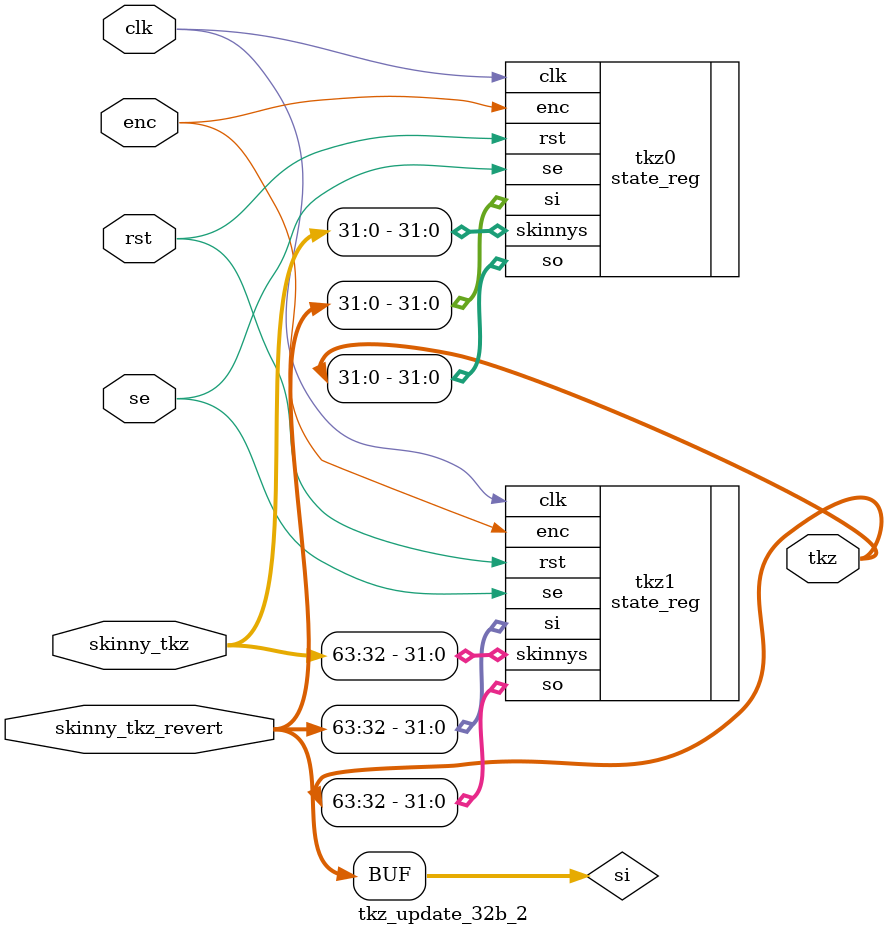
<source format=v>
module tkz_update_32b_2 (/*AUTOARG*/
   // Outputs
   tkz,
   // Inputs
   skinny_tkz, skinny_tkz_revert, clk, rst, enc, se
   ) ;
	parameter clock_gate = 0;

   output [63:0] tkz;

   input [63:0]  skinny_tkz;
   input [63:0]  skinny_tkz_revert;   
   input 	  clk, rst, enc, se;

   wire [63:0]   si;
   
   assign si = skinny_tkz_revert;   

   generate
	if (clock_gate == 1) begin 
      state_reg_cg #(.initial_value(32'h00000000)) tkz0 (.so(tkz[31:0]),  .si(si[31:0]),  .skinnys(skinny_tkz[31:0]),  .clk(clk),.rst(rst),.enc(enc),.se(se));
      state_reg_cg #(.initial_value(32'h00000000)) tkz1 (.so(tkz[63:32]), .si(si[63:32]), .skinnys(skinny_tkz[63:32]), .clk(clk),.rst(rst),.enc(enc),.se(se));
   end
	else begin
	end
   	   state_reg #(.initial_value(32'h00000000)) tkz0 (.so(tkz[31:0]),  .si(si[31:0]),  .skinnys(skinny_tkz[31:0]),  .clk(clk),.rst(rst),.enc(enc),.se(se));
      state_reg #(.initial_value(32'h00000000)) tkz1 (.so(tkz[63:32]), .si(si[63:32]), .skinnys(skinny_tkz[63:32]), .clk(clk),.rst(rst),.enc(enc),.se(se));
	endgenerate
	
endmodule // tkz_update_32b


</source>
